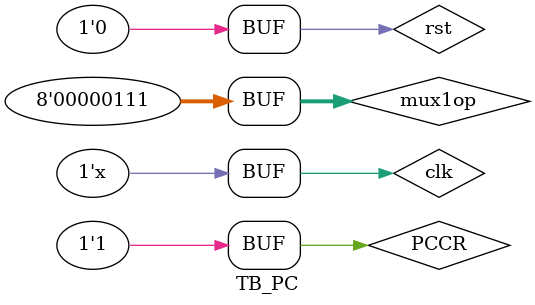
<source format=v>
`timescale 1ns / 1ps


module TB_PC;

	// Inputs
	reg [7:0] mux1op;
	reg clk;
	reg rst;
	reg PCCR;

	// Outputs
	wire [7:0] PCa;

	// Instantiate the Unit Under Test (UUT)
	ProgramCounter uut (
		.mux1op(mux1op), 
		.clk(clk), 
		.rst(rst), 
		.PCCR(PCCR), 
		.PCa(PCa)
	);

	initial begin
		// Initialize Inputs
		mux1op = 0;
		clk = 0;
		rst = 1;
		PCCR = 0;

		// Wait 100 ns for global reset to finish
		#100;
        
		  mux1op = 7;
		rst = 0;
		PCCR = 1;
		#10;
		// Add stimulus here

	end
always 
#10clk=~clk;      
endmodule


</source>
